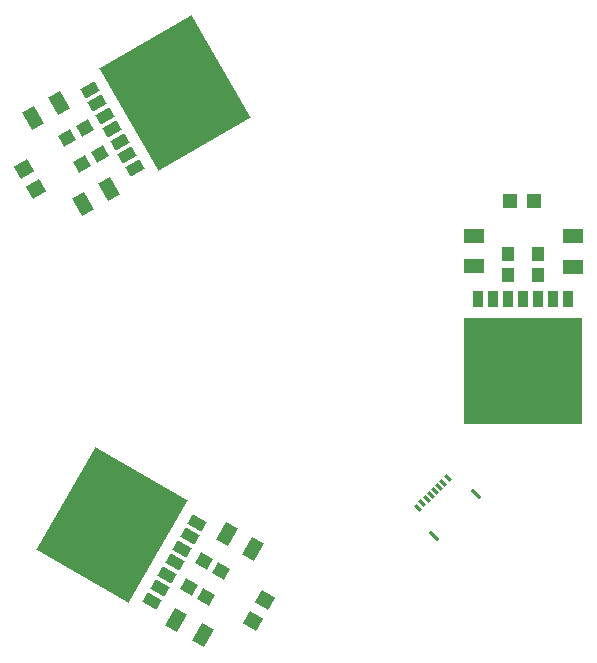
<source format=gtp>
G04*
G04 #@! TF.GenerationSoftware,Altium Limited,Altium Designer,22.4.2 (48)*
G04*
G04 Layer_Color=8421504*
%FSLAX25Y25*%
%MOIN*%
G70*
G04*
G04 #@! TF.SameCoordinates,33176103-96A9-485D-B847-577AE089F5E8*
G04*
G04*
G04 #@! TF.FilePolarity,Positive*
G04*
G01*
G75*
G04:AMPARAMS|DCode=13|XSize=36.61mil|YSize=53.94mil|CornerRadius=0mil|HoleSize=0mil|Usage=FLASHONLY|Rotation=300.000|XOffset=0mil|YOffset=0mil|HoleType=Round|Shape=Rectangle|*
%AMROTATEDRECTD13*
4,1,4,-0.03251,0.00237,0.01420,0.02934,0.03251,-0.00237,-0.01420,-0.02934,-0.03251,0.00237,0.0*
%
%ADD13ROTATEDRECTD13*%

G04:AMPARAMS|DCode=14|XSize=393.7mil|YSize=354.33mil|CornerRadius=0mil|HoleSize=0mil|Usage=FLASHONLY|Rotation=300.000|XOffset=0mil|YOffset=0mil|HoleType=Round|Shape=Rectangle|*
%AMROTATEDRECTD14*
4,1,4,-0.25186,0.08189,0.05501,0.25906,0.25186,-0.08189,-0.05501,-0.25906,-0.25186,0.08189,0.0*
%
%ADD14ROTATEDRECTD14*%

G04:AMPARAMS|DCode=15|XSize=36.61mil|YSize=53.94mil|CornerRadius=0mil|HoleSize=0mil|Usage=FLASHONLY|Rotation=60.000|XOffset=0mil|YOffset=0mil|HoleType=Round|Shape=Rectangle|*
%AMROTATEDRECTD15*
4,1,4,0.01420,-0.02934,-0.03251,-0.00237,-0.01420,0.02934,0.03251,0.00237,0.01420,-0.02934,0.0*
%
%ADD15ROTATEDRECTD15*%

G04:AMPARAMS|DCode=16|XSize=393.7mil|YSize=354.33mil|CornerRadius=0mil|HoleSize=0mil|Usage=FLASHONLY|Rotation=60.000|XOffset=0mil|YOffset=0mil|HoleType=Round|Shape=Rectangle|*
%AMROTATEDRECTD16*
4,1,4,0.05501,-0.25906,-0.25186,-0.08189,-0.05501,0.25906,0.25186,0.08189,0.05501,-0.25906,0.0*
%
%ADD16ROTATEDRECTD16*%

G04:AMPARAMS|DCode=17|XSize=45.46mil|YSize=67.17mil|CornerRadius=0mil|HoleSize=0mil|Usage=FLASHONLY|Rotation=330.000|XOffset=0mil|YOffset=0mil|HoleType=Round|Shape=Rectangle|*
%AMROTATEDRECTD17*
4,1,4,-0.03648,-0.01772,-0.00289,0.04045,0.03648,0.01772,0.00289,-0.04045,-0.03648,-0.01772,0.0*
%
%ADD17ROTATEDRECTD17*%

G04:AMPARAMS|DCode=18|XSize=41.34mil|YSize=45.28mil|CornerRadius=0mil|HoleSize=0mil|Usage=FLASHONLY|Rotation=240.000|XOffset=0mil|YOffset=0mil|HoleType=Round|Shape=Rectangle|*
%AMROTATEDRECTD18*
4,1,4,-0.00927,0.02922,0.02994,0.00658,0.00927,-0.02922,-0.02994,-0.00658,-0.00927,0.02922,0.0*
%
%ADD18ROTATEDRECTD18*%

G04:AMPARAMS|DCode=19|XSize=51.18mil|YSize=47.24mil|CornerRadius=0mil|HoleSize=0mil|Usage=FLASHONLY|Rotation=330.000|XOffset=0mil|YOffset=0mil|HoleType=Round|Shape=Rectangle|*
%AMROTATEDRECTD19*
4,1,4,-0.03397,-0.00766,-0.01035,0.03325,0.03397,0.00766,0.01035,-0.03325,-0.03397,-0.00766,0.0*
%
%ADD19ROTATEDRECTD19*%

G04:AMPARAMS|DCode=20|XSize=51.18mil|YSize=47.24mil|CornerRadius=0mil|HoleSize=0mil|Usage=FLASHONLY|Rotation=210.000|XOffset=0mil|YOffset=0mil|HoleType=Round|Shape=Rectangle|*
%AMROTATEDRECTD20*
4,1,4,0.01035,0.03325,0.03397,-0.00766,-0.01035,-0.03325,-0.03397,0.00766,0.01035,0.03325,0.0*
%
%ADD20ROTATEDRECTD20*%

G04:AMPARAMS|DCode=21|XSize=41.34mil|YSize=45.28mil|CornerRadius=0mil|HoleSize=0mil|Usage=FLASHONLY|Rotation=120.000|XOffset=0mil|YOffset=0mil|HoleType=Round|Shape=Rectangle|*
%AMROTATEDRECTD21*
4,1,4,0.02994,-0.00658,-0.00927,-0.02922,-0.02994,0.00658,0.00927,0.02922,0.02994,-0.00658,0.0*
%
%ADD21ROTATEDRECTD21*%

G04:AMPARAMS|DCode=22|XSize=45.46mil|YSize=67.17mil|CornerRadius=0mil|HoleSize=0mil|Usage=FLASHONLY|Rotation=210.000|XOffset=0mil|YOffset=0mil|HoleType=Round|Shape=Rectangle|*
%AMROTATEDRECTD22*
4,1,4,0.00289,0.04045,0.03648,-0.01772,-0.00289,-0.04045,-0.03648,0.01772,0.00289,0.04045,0.0*
%
%ADD22ROTATEDRECTD22*%

G04:AMPARAMS|DCode=23|XSize=11.81mil|YSize=27.56mil|CornerRadius=0mil|HoleSize=0mil|Usage=FLASHONLY|Rotation=45.000|XOffset=0mil|YOffset=0mil|HoleType=Round|Shape=Rectangle|*
%AMROTATEDRECTD23*
4,1,4,0.00557,-0.01392,-0.01392,0.00557,-0.00557,0.01392,0.01392,-0.00557,0.00557,-0.01392,0.0*
%
%ADD23ROTATEDRECTD23*%

G04:AMPARAMS|DCode=24|XSize=11.81mil|YSize=39.37mil|CornerRadius=0mil|HoleSize=0mil|Usage=FLASHONLY|Rotation=45.000|XOffset=0mil|YOffset=0mil|HoleType=Round|Shape=Rectangle|*
%AMROTATEDRECTD24*
4,1,4,0.00974,-0.01810,-0.01810,0.00974,-0.00974,0.01810,0.01810,-0.00974,0.00974,-0.01810,0.0*
%
%ADD24ROTATEDRECTD24*%

%ADD25R,0.04134X0.04528*%
%ADD26R,0.06717X0.04546*%
%ADD27R,0.39370X0.35433*%
%ADD28R,0.03661X0.05394*%
%ADD29R,0.04724X0.05118*%
D13*
X152826Y249772D02*
D03*
X150326Y254102D02*
D03*
X147826Y258432D02*
D03*
X145326Y262762D02*
D03*
X142826Y267092D02*
D03*
X140326Y271422D02*
D03*
X137826Y275753D02*
D03*
D14*
X166210Y274819D02*
D03*
D15*
X173735Y131613D02*
D03*
X171235Y127283D02*
D03*
X168735Y122953D02*
D03*
X166235Y118623D02*
D03*
X163735Y114293D02*
D03*
X161235Y109963D02*
D03*
X158735Y105632D02*
D03*
D16*
X145351Y130680D02*
D03*
D17*
X183532Y127723D02*
D03*
X192231Y122700D02*
D03*
X166747Y99150D02*
D03*
X175447Y94127D02*
D03*
D18*
X175796Y118876D02*
D03*
X181592Y115530D02*
D03*
X170796Y110216D02*
D03*
X176592Y106869D02*
D03*
D19*
X196283Y105670D02*
D03*
X192346Y98850D02*
D03*
D20*
X116052Y249646D02*
D03*
X119989Y242827D02*
D03*
D21*
X136198Y263266D02*
D03*
X130402Y259919D02*
D03*
X141198Y254605D02*
D03*
X135402Y251259D02*
D03*
D22*
X144227Y242892D02*
D03*
X135527Y237869D02*
D03*
X127727Y271471D02*
D03*
X119027Y266448D02*
D03*
D23*
X257089Y146356D02*
D03*
X254305Y143572D02*
D03*
X252913Y142180D02*
D03*
X247345Y136612D02*
D03*
X248737Y138004D02*
D03*
X250129Y139396D02*
D03*
X251521Y140788D02*
D03*
X255697Y144964D02*
D03*
D24*
X252523Y127036D02*
D03*
X266665Y141178D02*
D03*
D25*
X287328Y221000D02*
D03*
Y214307D02*
D03*
X277328Y221000D02*
D03*
Y214307D02*
D03*
D26*
X298819Y227023D02*
D03*
Y216977D02*
D03*
X265828Y227176D02*
D03*
Y217131D02*
D03*
D27*
X282328Y182039D02*
D03*
D28*
X297328Y206154D02*
D03*
X292328D02*
D03*
X287328D02*
D03*
X282328D02*
D03*
X277328D02*
D03*
X272328D02*
D03*
X267328D02*
D03*
D29*
X285765Y238653D02*
D03*
X277891Y238654D02*
D03*
M02*

</source>
